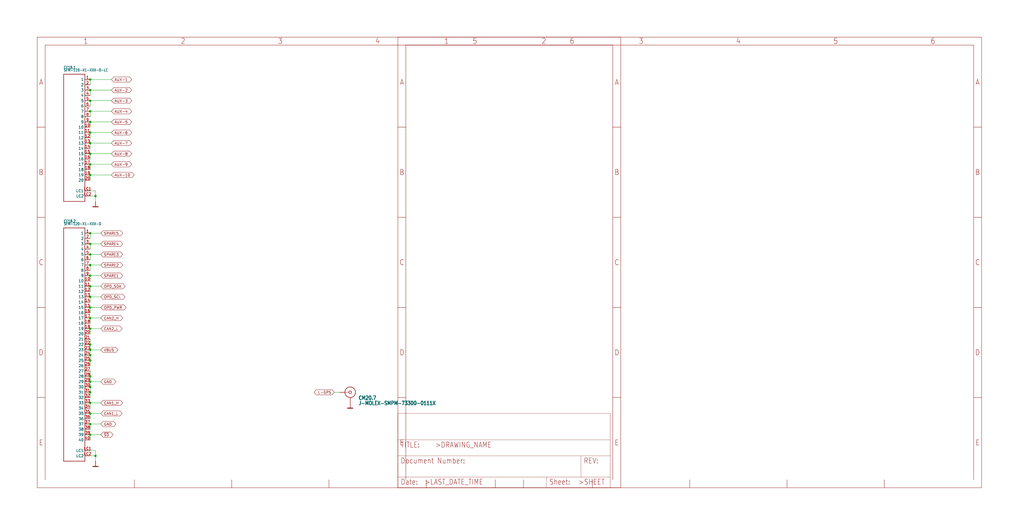
<source format=kicad_sch>
(kicad_sch (version 20211123) (generator eeschema)
  (paper "User" 490.22 254.406)
  (lib_symbols
    (symbol "oresat-backplane-2u-eagle-import:FRAME_A_L"
      (symbol "FRAME_A_L_0_0"
        (polyline (pts (xy 0 43.18) (xy 3.81 43.18)))
        (polyline (pts (xy 0 86.36) (xy 3.81 86.36)))
        (polyline (pts (xy 0 129.54) (xy 3.81 129.54)))
        (polyline (pts (xy 0 172.72) (xy 3.81 172.72)))
        (polyline (pts (xy 3.81 3.81) (xy 3.81 212.09)))
        (polyline (pts (xy 46.5667 0) (xy 46.5667 3.81)))
        (polyline (pts (xy 93.1333 0) (xy 93.1333 3.81)))
        (polyline (pts (xy 139.7 0) (xy 139.7 3.81)))
        (polyline (pts (xy 186.2667 0) (xy 186.2667 3.81)))
        (polyline (pts (xy 232.8333 0) (xy 232.8333 3.81)))
        (polyline (pts (xy 275.59 3.81) (xy 275.59 212.09)))
        (polyline (pts (xy 275.59 43.18) (xy 279.4 43.18)))
        (polyline (pts (xy 275.59 86.36) (xy 279.4 86.36)))
        (polyline (pts (xy 275.59 129.54) (xy 279.4 129.54)))
        (polyline (pts (xy 275.59 172.72) (xy 279.4 172.72)))
        (polyline (pts (xy 275.59 212.09) (xy 3.81 212.09)))
        (polyline (pts (xy 0 0) (xy 279.4 0) (xy 279.4 215.9) (xy 0 215.9) (xy 0 0)))
        (text "1" (at 23.2833 213.995 0) (effects (font (size 2.54 2.286))))
        (text "2" (at 69.85 213.995 0) (effects (font (size 2.54 2.286))))
        (text "3" (at 116.4167 213.995 0) (effects (font (size 2.54 2.286))))
        (text "4" (at 162.9833 213.995 0) (effects (font (size 2.54 2.286))))
        (text "5" (at 209.55 213.995 0) (effects (font (size 2.54 2.286))))
        (text "6" (at 256.1167 213.995 0) (effects (font (size 2.54 2.286))))
        (text "A" (at 1.905 194.31 0) (effects (font (size 2.54 2.286))))
        (text "A" (at 277.495 194.31 0) (effects (font (size 2.54 2.286))))
        (text "B" (at 1.905 151.13 0) (effects (font (size 2.54 2.286))))
        (text "B" (at 277.495 151.13 0) (effects (font (size 2.54 2.286))))
        (text "C" (at 1.905 107.95 0) (effects (font (size 2.54 2.286))))
        (text "C" (at 277.495 107.95 0) (effects (font (size 2.54 2.286))))
        (text "D" (at 1.905 64.77 0) (effects (font (size 2.54 2.286))))
        (text "D" (at 277.495 64.77 0) (effects (font (size 2.54 2.286))))
        (text "E" (at 1.905 21.59 0) (effects (font (size 2.54 2.286))))
        (text "E" (at 277.495 21.59 0) (effects (font (size 2.54 2.286))))
      )
      (symbol "FRAME_A_L_2_0"
        (polyline (pts (xy 0 0) (xy 0 5.08)) (stroke (width 0.1016)))
        (polyline (pts (xy 0 0) (xy 71.12 0)) (stroke (width 0.1016)))
        (polyline (pts (xy 0 5.08) (xy 0 15.24)) (stroke (width 0.1016)))
        (polyline (pts (xy 0 5.08) (xy 71.12 5.08)) (stroke (width 0.1016)))
        (polyline (pts (xy 0 15.24) (xy 0 22.86)) (stroke (width 0.1016)))
        (polyline (pts (xy 0 22.86) (xy 0 35.56)) (stroke (width 0.1016)))
        (polyline (pts (xy 0 22.86) (xy 101.6 22.86)) (stroke (width 0.1016)))
        (polyline (pts (xy 71.12 0) (xy 101.6 0)) (stroke (width 0.1016)))
        (polyline (pts (xy 71.12 5.08) (xy 71.12 0)) (stroke (width 0.1016)))
        (polyline (pts (xy 71.12 5.08) (xy 87.63 5.08)) (stroke (width 0.1016)))
        (polyline (pts (xy 87.63 5.08) (xy 101.6 5.08)) (stroke (width 0.1016)))
        (polyline (pts (xy 87.63 15.24) (xy 0 15.24)) (stroke (width 0.1016)))
        (polyline (pts (xy 87.63 15.24) (xy 87.63 5.08)) (stroke (width 0.1016)))
        (polyline (pts (xy 101.6 5.08) (xy 101.6 0)) (stroke (width 0.1016)))
        (polyline (pts (xy 101.6 15.24) (xy 87.63 15.24)) (stroke (width 0.1016)))
        (polyline (pts (xy 101.6 15.24) (xy 101.6 5.08)) (stroke (width 0.1016)))
        (polyline (pts (xy 101.6 22.86) (xy 101.6 15.24)) (stroke (width 0.1016)))
        (polyline (pts (xy 101.6 35.56) (xy 0 35.56)) (stroke (width 0.1016)))
        (polyline (pts (xy 101.6 35.56) (xy 101.6 22.86)) (stroke (width 0.1016)))
        (text ">DRAWING_NAME" (at 17.78 19.05 0) (effects (font (size 2.54 2.159)) (justify left bottom)))
        (text ">LAST_DATE_TIME" (at 12.7 1.27 0) (effects (font (size 2.54 2.159)) (justify left bottom)))
        (text ">SHEET" (at 86.36 1.27 0) (effects (font (size 2.54 2.159)) (justify left bottom)))
        (text "Date:" (at 1.27 1.27 0) (effects (font (size 2.54 2.159)) (justify left bottom)))
        (text "Document Number:" (at 1.27 11.43 0) (effects (font (size 2.54 2.159)) (justify left bottom)))
        (text "REV:" (at 88.9 11.43 0) (effects (font (size 2.54 2.159)) (justify left bottom)))
        (text "Sheet:" (at 72.39 1.27 0) (effects (font (size 2.54 2.159)) (justify left bottom)))
        (text "TITLE:" (at 1.27 19.05 0) (effects (font (size 2.54 2.159)) (justify left bottom)))
      )
    )
    (symbol "oresat-backplane-2u-eagle-import:GND" (power)
      (symbol "GND_1_0"
        (polyline (pts (xy -1.27 -2.54) (xy 1.27 -2.54)) (stroke (width 0.4064)))
        (pin power_in line (at 0 0 270) (length 2.54) (name "GND") (number "1"))
      )
    )
    (symbol "oresat-backplane-2u-eagle-import:SFM-110-X1-XXX-D-LC"
      (property "Reference" "CF" (at -2.54 33.02 0))
      (property "Value" "SFM-110-X1-XXX-D-LC" (at -2.54 31.75 0))
      (symbol "SFM-110-X1-XXX-D-LC_1_0"
        (polyline (pts (xy -2.54 -30.48) (xy -2.54 30.48)) (stroke (width 0.254)))
        (polyline (pts (xy -2.54 30.48) (xy 7.62 30.48)) (stroke (width 0.254)))
        (polyline (pts (xy 7.62 -30.48) (xy -2.54 -30.48)) (stroke (width 0.254)))
        (polyline (pts (xy 7.62 30.48) (xy 7.62 -30.48)) (stroke (width 0.254)))
        (pin passive line (at 10.16 27.94 180) (length 2.54) (name "1") (number "1"))
        (pin passive line (at 10.16 5.08 180) (length 2.54) (name "10") (number "10"))
        (pin passive line (at 10.16 2.54 180) (length 2.54) (name "11") (number "11"))
        (pin passive line (at 10.16 0 180) (length 2.54) (name "12") (number "12"))
        (pin passive line (at 10.16 -2.54 180) (length 2.54) (name "13") (number "13"))
        (pin passive line (at 10.16 -5.08 180) (length 2.54) (name "14") (number "14"))
        (pin passive line (at 10.16 -7.62 180) (length 2.54) (name "15") (number "15"))
        (pin passive line (at 10.16 -10.16 180) (length 2.54) (name "16") (number "16"))
        (pin passive line (at 10.16 -12.7 180) (length 2.54) (name "17") (number "17"))
        (pin passive line (at 10.16 -15.24 180) (length 2.54) (name "18") (number "18"))
        (pin passive line (at 10.16 -17.78 180) (length 2.54) (name "19") (number "19"))
        (pin passive line (at 10.16 25.4 180) (length 2.54) (name "2") (number "2"))
        (pin passive line (at 10.16 -20.32 180) (length 2.54) (name "20") (number "20"))
        (pin passive line (at 10.16 22.86 180) (length 2.54) (name "3") (number "3"))
        (pin passive line (at 10.16 20.32 180) (length 2.54) (name "4") (number "4"))
        (pin passive line (at 10.16 17.78 180) (length 2.54) (name "5") (number "5"))
        (pin passive line (at 10.16 15.24 180) (length 2.54) (name "6") (number "6"))
        (pin passive line (at 10.16 12.7 180) (length 2.54) (name "7") (number "7"))
        (pin passive line (at 10.16 10.16 180) (length 2.54) (name "8") (number "8"))
        (pin passive line (at 10.16 7.62 180) (length 2.54) (name "9") (number "9"))
        (pin passive line (at 10.16 -25.4 180) (length 2.54) (name "LC1") (number "LC1"))
        (pin passive line (at 10.16 -27.94 180) (length 2.54) (name "LC2") (number "LC2"))
      )
    )
    (symbol "oresat-backplane-2u-eagle-import:SFM-120-X1-XXX-D"
      (property "Reference" "J" (at -2.54 50.8 0))
      (property "Value" "SFM-120-X1-XXX-D" (at -2.54 49.53 0))
      (symbol "SFM-120-X1-XXX-D_1_0"
        (polyline (pts (xy -2.54 -63.5) (xy -2.54 48.26)) (stroke (width 0.254)))
        (polyline (pts (xy -2.54 48.26) (xy 7.62 48.26)) (stroke (width 0.254)))
        (polyline (pts (xy 7.62 -63.5) (xy -2.54 -63.5)) (stroke (width 0.254)))
        (polyline (pts (xy 7.62 48.26) (xy 7.62 -63.5)) (stroke (width 0.254)))
        (pin passive line (at 10.16 45.72 180) (length 2.54) (name "1") (number "1"))
        (pin passive line (at 10.16 22.86 180) (length 2.54) (name "10") (number "10"))
        (pin passive line (at 10.16 20.32 180) (length 2.54) (name "11") (number "11"))
        (pin passive line (at 10.16 17.78 180) (length 2.54) (name "12") (number "12"))
        (pin passive line (at 10.16 15.24 180) (length 2.54) (name "13") (number "13"))
        (pin passive line (at 10.16 12.7 180) (length 2.54) (name "14") (number "14"))
        (pin passive line (at 10.16 10.16 180) (length 2.54) (name "15") (number "15"))
        (pin passive line (at 10.16 7.62 180) (length 2.54) (name "16") (number "16"))
        (pin passive line (at 10.16 5.08 180) (length 2.54) (name "17") (number "17"))
        (pin passive line (at 10.16 2.54 180) (length 2.54) (name "18") (number "18"))
        (pin passive line (at 10.16 0 180) (length 2.54) (name "19") (number "19"))
        (pin passive line (at 10.16 43.18 180) (length 2.54) (name "2") (number "2"))
        (pin passive line (at 10.16 -2.54 180) (length 2.54) (name "20") (number "20"))
        (pin passive line (at 10.16 -5.08 180) (length 2.54) (name "21") (number "21"))
        (pin passive line (at 10.16 -7.62 180) (length 2.54) (name "22") (number "22"))
        (pin passive line (at 10.16 -10.16 180) (length 2.54) (name "23") (number "23"))
        (pin passive line (at 10.16 -12.7 180) (length 2.54) (name "24") (number "24"))
        (pin passive line (at 10.16 -15.24 180) (length 2.54) (name "25") (number "25"))
        (pin passive line (at 10.16 -17.78 180) (length 2.54) (name "26") (number "26"))
        (pin passive line (at 10.16 -20.32 180) (length 2.54) (name "27") (number "27"))
        (pin passive line (at 10.16 -22.86 180) (length 2.54) (name "28") (number "28"))
        (pin passive line (at 10.16 -25.4 180) (length 2.54) (name "29") (number "29"))
        (pin passive line (at 10.16 40.64 180) (length 2.54) (name "3") (number "3"))
        (pin passive line (at 10.16 -27.94 180) (length 2.54) (name "30") (number "30"))
        (pin passive line (at 10.16 -30.48 180) (length 2.54) (name "31") (number "31"))
        (pin passive line (at 10.16 -33.02 180) (length 2.54) (name "32") (number "32"))
        (pin passive line (at 10.16 -35.56 180) (length 2.54) (name "33") (number "33"))
        (pin passive line (at 10.16 -38.1 180) (length 2.54) (name "34") (number "34"))
        (pin passive line (at 10.16 -40.64 180) (length 2.54) (name "35") (number "35"))
        (pin passive line (at 10.16 -43.18 180) (length 2.54) (name "36") (number "36"))
        (pin passive line (at 10.16 -45.72 180) (length 2.54) (name "37") (number "37"))
        (pin passive line (at 10.16 -48.26 180) (length 2.54) (name "38") (number "38"))
        (pin passive line (at 10.16 -50.8 180) (length 2.54) (name "39") (number "39"))
        (pin passive line (at 10.16 38.1 180) (length 2.54) (name "4") (number "4"))
        (pin passive line (at 10.16 -53.34 180) (length 2.54) (name "40") (number "40"))
        (pin passive line (at 10.16 35.56 180) (length 2.54) (name "5") (number "5"))
        (pin passive line (at 10.16 33.02 180) (length 2.54) (name "6") (number "6"))
        (pin passive line (at 10.16 30.48 180) (length 2.54) (name "7") (number "7"))
        (pin passive line (at 10.16 27.94 180) (length 2.54) (name "8") (number "8"))
        (pin passive line (at 10.16 25.4 180) (length 2.54) (name "9") (number "9"))
        (pin passive line (at 10.16 -58.42 180) (length 2.54) (name "LC1") (number "LC1"))
        (pin passive line (at 10.16 -60.96 180) (length 2.54) (name "LC2") (number "LC2"))
      )
    )
    (symbol "oresat-symbols:J-MOLEX-SMPM-73300-0111X_1"
      (property "Reference" "CM2.2" (at 3.81 -3.81 0))
      (property "Value" "J-MOLEX-SMPM-73300-0111X_1" (at 3.81 -6.35 0))
      (symbol "J-MOLEX-SMPM-73300-0111X_1_1_0"
        (polyline (pts (xy -2.54 0) (xy -0.635 0)) (stroke (width 0.1524)))
        (circle (center 0 0) (radius 0.635) (stroke (width 0.254)))
        (circle (center 0 0) (radius 2.54) (stroke (width 0.254)))
        (pin passive line (at 0 -5.08 90) (length 2.54) (name "SHIELD1") (number "GND"))
        (pin passive line (at -5.08 0 0) (length 2.54) (name "RF") (number "RF-DOWN"))
      )
    )
  )
  (junction (at 43.18 48.26))
  (junction (at 43.18 182.88))
  (junction (at 43.18 73.66))
  (junction (at 43.18 198.12))
  (junction (at 43.18 203.2))
  (junction (at 43.18 58.42))
  (junction (at 43.18 152.4))
  (junction (at 43.18 132.08))
  (junction (at 43.18 185.42))
  (junction (at 43.18 172.72))
  (junction (at 43.18 137.16))
  (junction (at 43.18 121.92))
  (junction (at 43.18 170.18))
  (junction (at 45.72 218.44))
  (junction (at 43.18 63.5))
  (junction (at 43.18 180.34))
  (junction (at 43.18 53.34))
  (junction (at 43.18 193.04))
  (junction (at 43.18 116.84))
  (junction (at 43.18 78.74))
  (junction (at 43.18 38.1))
  (junction (at 43.18 147.32))
  (junction (at 43.18 43.18))
  (junction (at 43.18 142.24))
  (junction (at 43.18 187.96))
  (junction (at 43.18 68.58))
  (junction (at 43.18 127))
  (junction (at 43.18 157.48))
  (junction (at 43.18 83.82))
  (junction (at 43.18 111.76))
  (junction (at 45.72 93.98))
  (junction (at 43.18 167.64))
  (junction (at 43.18 208.28))
  (junction (at 43.18 165.1))
  (wire (pts (xy 43.18 157.48) (xy 43.18 160.02)))
  (wire (pts (xy 43.18 58.42) (xy 53.34 58.42)))
  (wire (pts (xy 48.26 167.64) (xy 43.18 167.64)))
  (wire (pts (xy 43.18 182.88) (xy 43.18 180.34)))
  (wire (pts (xy 48.26 157.48) (xy 43.18 157.48)))
  (wire (pts (xy 43.18 193.04) (xy 43.18 195.58)))
  (wire (pts (xy 45.72 93.98) (xy 45.72 91.44)))
  (wire (pts (xy 48.26 142.24) (xy 43.18 142.24)))
  (wire (pts (xy 45.72 91.44) (xy 43.18 91.44)))
  (wire (pts (xy 43.18 121.92) (xy 43.18 124.46)))
  (wire (pts (xy 43.18 167.64) (xy 43.18 165.1)))
  (wire (pts (xy 43.18 203.2) (xy 43.18 205.74)))
  (wire (pts (xy 43.18 116.84) (xy 48.26 116.84)))
  (wire (pts (xy 43.18 152.4) (xy 43.18 154.94)))
  (wire (pts (xy 43.18 111.76) (xy 43.18 114.3)))
  (wire (pts (xy 48.26 208.28) (xy 43.18 208.28)))
  (wire (pts (xy 43.18 187.96) (xy 43.18 190.5)))
  (wire (pts (xy 43.18 147.32) (xy 43.18 149.86)))
  (wire (pts (xy 43.18 208.28) (xy 43.18 210.82)))
  (wire (pts (xy 43.18 73.66) (xy 43.18 76.2)))
  (wire (pts (xy 43.18 111.76) (xy 48.26 111.76)))
  (wire (pts (xy 43.18 182.88) (xy 43.18 185.42)))
  (wire (pts (xy 43.18 137.16) (xy 43.18 139.7)))
  (wire (pts (xy 48.26 203.2) (xy 43.18 203.2)))
  (wire (pts (xy 43.18 43.18) (xy 43.18 45.72)))
  (wire (pts (xy 45.72 96.52) (xy 45.72 93.98)))
  (wire (pts (xy 43.18 48.26) (xy 43.18 50.8)))
  (wire (pts (xy 43.18 83.82) (xy 53.34 83.82)))
  (wire (pts (xy 43.18 167.64) (xy 43.18 170.18)))
  (wire (pts (xy 43.18 58.42) (xy 43.18 60.96)))
  (wire (pts (xy 43.18 38.1) (xy 53.34 38.1)))
  (wire (pts (xy 48.26 193.04) (xy 43.18 193.04)))
  (wire (pts (xy 162.56 187.96) (xy 160.02 187.96)))
  (wire (pts (xy 48.26 182.88) (xy 43.18 182.88)))
  (wire (pts (xy 43.18 142.24) (xy 43.18 144.78)))
  (wire (pts (xy 43.18 198.12) (xy 43.18 200.66)))
  (wire (pts (xy 48.26 127) (xy 43.18 127)))
  (wire (pts (xy 45.72 218.44) (xy 45.72 220.98)))
  (wire (pts (xy 43.18 68.58) (xy 43.18 71.12)))
  (wire (pts (xy 43.18 121.92) (xy 48.26 121.92)))
  (wire (pts (xy 43.18 38.1) (xy 43.18 40.64)))
  (wire (pts (xy 43.18 132.08) (xy 43.18 134.62)))
  (wire (pts (xy 43.18 78.74) (xy 43.18 81.28)))
  (wire (pts (xy 48.26 152.4) (xy 43.18 152.4)))
  (wire (pts (xy 43.18 215.9) (xy 45.72 215.9)))
  (wire (pts (xy 43.18 116.84) (xy 43.18 119.38)))
  (wire (pts (xy 48.26 198.12) (xy 43.18 198.12)))
  (wire (pts (xy 45.72 93.98) (xy 43.18 93.98)))
  (wire (pts (xy 48.26 137.16) (xy 43.18 137.16)))
  (wire (pts (xy 43.18 83.82) (xy 43.18 86.36)))
  (wire (pts (xy 43.18 180.34) (xy 43.18 177.8)))
  (wire (pts (xy 45.72 215.9) (xy 45.72 218.44)))
  (wire (pts (xy 43.18 172.72) (xy 43.18 170.18)))
  (wire (pts (xy 43.18 172.72) (xy 43.18 175.26)))
  (wire (pts (xy 43.18 63.5) (xy 43.18 66.04)))
  (wire (pts (xy 43.18 127) (xy 43.18 129.54)))
  (wire (pts (xy 43.18 78.74) (xy 53.34 78.74)))
  (wire (pts (xy 48.26 132.08) (xy 43.18 132.08)))
  (wire (pts (xy 43.18 218.44) (xy 45.72 218.44)))
  (wire (pts (xy 43.18 63.5) (xy 53.34 63.5)))
  (wire (pts (xy 43.18 43.18) (xy 53.34 43.18)))
  (wire (pts (xy 48.26 147.32) (xy 43.18 147.32)))
  (wire (pts (xy 43.18 53.34) (xy 53.34 53.34)))
  (wire (pts (xy 43.18 48.26) (xy 53.34 48.26)))
  (wire (pts (xy 43.18 165.1) (xy 43.18 162.56)))
  (wire (pts (xy 43.18 73.66) (xy 53.34 73.66)))
  (wire (pts (xy 43.18 68.58) (xy 53.34 68.58)))
  (wire (pts (xy 43.18 53.34) (xy 43.18 55.88)))
  (wire (pts (xy 43.18 185.42) (xy 43.18 187.96)))
  (global_label "SPARE2" (shape bidirectional) (at 48.26 127 0) (effects (font (size 1.2446 1.2446))) (property "Intersheet References" "${INTERSHEET_REFS}" (effects hide)))
  (global_label "SPARE5" (shape bidirectional) (at 48.26 111.76 0) (effects (font (size 1.2446 1.2446))) (property "Intersheet References" "${INTERSHEET_REFS}" (effects hide)))
  (global_label "CAN1_H" (shape bidirectional) (at 48.26 193.04 0) (effects (font (size 1.2446 1.2446))) (property "Intersheet References" "${INTERSHEET_REFS}" (effects hide)))
  (global_label "OPD_PWR" (shape bidirectional) (at 48.26 147.32 0) (effects (font (size 1.2446 1.2446))) (property "Intersheet References" "${INTERSHEET_REFS}" (effects hide)))
  (global_label "AUX-7" (shape bidirectional) (at 53.34 68.58 0) (effects (font (size 1.2446 1.2446))) (property "Intersheet References" "${INTERSHEET_REFS}" (effects hide)))
  (global_label "~{SD}" (shape bidirectional) (at 48.26 208.28 0) (effects (font (size 1.2446 1.2446))) (property "Intersheet References" "${INTERSHEET_REFS}" (effects hide)))
  (global_label "CAN1_L" (shape bidirectional) (at 48.26 198.12 0) (effects (font (size 1.2446 1.2446))) (property "Intersheet References" "${INTERSHEET_REFS}" (effects hide)))
  (global_label "AUX-10" (shape bidirectional) (at 53.34 83.82 0) (effects (font (size 1.2446 1.2446))) (property "Intersheet References" "${INTERSHEET_REFS}" (effects hide)))
  (global_label "AUX-3" (shape bidirectional) (at 53.34 48.26 0) (effects (font (size 1.2446 1.2446))) (property "Intersheet References" "${INTERSHEET_REFS}" (effects hide)))
  (global_label "CAN2_H" (shape bidirectional) (at 48.26 152.4 0) (effects (font (size 1.2446 1.2446))) (property "Intersheet References" "${INTERSHEET_REFS}" (effects hide)))
  (global_label "OPD_SDA" (shape bidirectional) (at 48.26 137.16 0) (effects (font (size 1.2446 1.2446))) (property "Intersheet References" "${INTERSHEET_REFS}" (effects hide)))
  (global_label "VBUS" (shape bidirectional) (at 48.26 167.64 0) (effects (font (size 1.2446 1.2446))) (property "Intersheet References" "${INTERSHEET_REFS}" (effects hide)))
  (global_label "L-GPS" (shape bidirectional) (at 160.02 187.96 180) (effects (font (size 1.2446 1.2446))) (property "Intersheet References" "${INTERSHEET_REFS}" (effects hide)))
  (global_label "SPARE3" (shape bidirectional) (at 48.26 121.92 0) (effects (font (size 1.2446 1.2446))) (property "Intersheet References" "${INTERSHEET_REFS}" (effects hide)))
  (global_label "GND" (shape bidirectional) (at 48.26 182.88 0) (effects (font (size 1.2446 1.2446))) (property "Intersheet References" "${INTERSHEET_REFS}" (effects hide)))
  (global_label "SPARE1" (shape bidirectional) (at 48.26 132.08 0) (effects (font (size 1.2446 1.2446))) (property "Intersheet References" "${INTERSHEET_REFS}" (effects hide)))
  (global_label "GND" (shape bidirectional) (at 48.26 203.2 0) (effects (font (size 1.2446 1.2446))) (property "Intersheet References" "${INTERSHEET_REFS}" (effects hide)))
  (global_label "SPARE4" (shape bidirectional) (at 48.26 116.84 0) (effects (font (size 1.2446 1.2446))) (property "Intersheet References" "${INTERSHEET_REFS}" (effects hide)))
  (global_label "AUX-4" (shape bidirectional) (at 53.34 53.34 0) (effects (font (size 1.2446 1.2446))) (property "Intersheet References" "${INTERSHEET_REFS}" (effects hide)))
  (global_label "AUX-9" (shape bidirectional) (at 53.34 78.74 0) (effects (font (size 1.2446 1.2446))) (property "Intersheet References" "${INTERSHEET_REFS}" (effects hide)))
  (global_label "AUX-1" (shape bidirectional) (at 53.34 38.1 0) (effects (font (size 1.2446 1.2446))) (property "Intersheet References" "${INTERSHEET_REFS}" (effects hide)))
  (global_label "AUX-8" (shape bidirectional) (at 53.34 73.66 0) (effects (font (size 1.2446 1.2446))) (property "Intersheet References" "${INTERSHEET_REFS}" (effects hide)))
  (global_label "CAN2_L" (shape bidirectional) (at 48.26 157.48 0) (effects (font (size 1.2446 1.2446))) (property "Intersheet References" "${INTERSHEET_REFS}" (effects hide)))
  (global_label "OPD_SCL" (shape bidirectional) (at 48.26 142.24 0) (effects (font (size 1.2446 1.2446))) (property "Intersheet References" "${INTERSHEET_REFS}" (effects hide)))
  (global_label "AUX-2" (shape bidirectional) (at 53.34 43.18 0) (effects (font (size 1.2446 1.2446))) (property "Intersheet References" "${INTERSHEET_REFS}" (effects hide)))
  (global_label "AUX-6" (shape bidirectional) (at 53.34 63.5 0) (effects (font (size 1.2446 1.2446))) (property "Intersheet References" "${INTERSHEET_REFS}" (effects hide)))
  (global_label "AUX-5" (shape bidirectional) (at 53.34 58.42 0) (effects (font (size 1.2446 1.2446))) (property "Intersheet References" "${INTERSHEET_REFS}" (effects hide)))
  (symbol (lib_id "oresat-backplane-2u-eagle-import:FRAME_A_L") (at 190.5 233.68 0) (unit 2)
    (property "Reference" "#FRAME3" (effects hide))
    (property "Value" "FRAME_A_L" (effects hide))
    (property "Footprint" "oresat-backplane-2u:" (effects hide))
  )
  (symbol (lib_id "oresat-backplane-2u-eagle-import:SFM-110-X1-XXX-D-LC") (at 33.02 66.04 0) (unit 1)
    (property "Reference" "CF18.1" (at 30.48 33.02 0) (effects (font (size 1.27 1.0795)) (justify left bottom)))
    (property "Value" "SFM-110-X1-XXX-D-LC" (at 30.48 34.29 0) (effects (font (size 1.27 1.0795)) (justify left bottom)))
    (property "Footprint" "oresat-backplane-2u:SFM-110-X1-XXX-D-LC" (effects hide))
  )
  (symbol (lib_id "oresat-backplane-2u-eagle-import:GND") (at 45.72 96.52 0) (unit 1)
    (property "Reference" "#GND017" (effects hide))
    (property "Value" "GND" (effects hide))
    (property "Footprint" "oresat-backplane-2u:" (effects hide))
  )
  (symbol (lib_id "oresat-symbols:J-MOLEX-SMPM-73300-0111X_1") (at 167.64 187.96 0) (unit 1)
    (property "Reference" "CM20.7" (at 171.45 191.77 0) (effects (font (size 1.778 1.5113) bold) (justify left bottom)))
    (property "Value" "J-MOLEX-SMPM-73300-0111X" (at 171.45 194.31 0) (effects (font (size 1.778 1.5113) bold) (justify left bottom)))
    (property "Footprint" "oresat-footprints:J-MOLEX-SMPM-73300-0111X-long" (effects hide))
  )
  (symbol (lib_id "oresat-backplane-2u-eagle-import:GND") (at 45.72 220.98 0) (unit 1)
    (property "Reference" "#GND04" (effects hide))
    (property "Value" "GND" (effects hide))
    (property "Footprint" "oresat-backplane-2u:" (effects hide))
  )
  (symbol (lib_id "oresat-backplane-2u-eagle-import:GND") (at 167.64 193.04 0) (unit 1)
    (property "Reference" "#GND010" (effects hide))
    (property "Value" "GND" (effects hide))
    (property "Footprint" "oresat-backplane-2u:" (effects hide))
  )
  (symbol (lib_id "oresat-backplane-2u-eagle-import:SFM-120-X1-XXX-D") (at 33.02 157.48 0) (unit 1)
    (property "Reference" "CF18.2" (at 30.48 106.68 0) (effects (font (size 1.27 1.0795)) (justify left bottom)))
    (property "Value" "SFM-120-X1-XXX-D" (at 30.48 107.95 0) (effects (font (size 1.27 1.0795)) (justify left bottom)))
    (property "Footprint" "oresat-backplane-2u:SFM-120-X1-XXX-D" (effects hide))
  )
  (symbol (lib_id "oresat-backplane-2u-eagle-import:FRAME_A_L") (at 17.78 233.68 0) (unit 1)
    (property "Reference" "#FRAME3" (effects hide))
    (property "Value" "FRAME_A_L" (effects hide))
    (property "Footprint" "oresat-backplane-2u:" (effects hide))
  )
)
</source>
